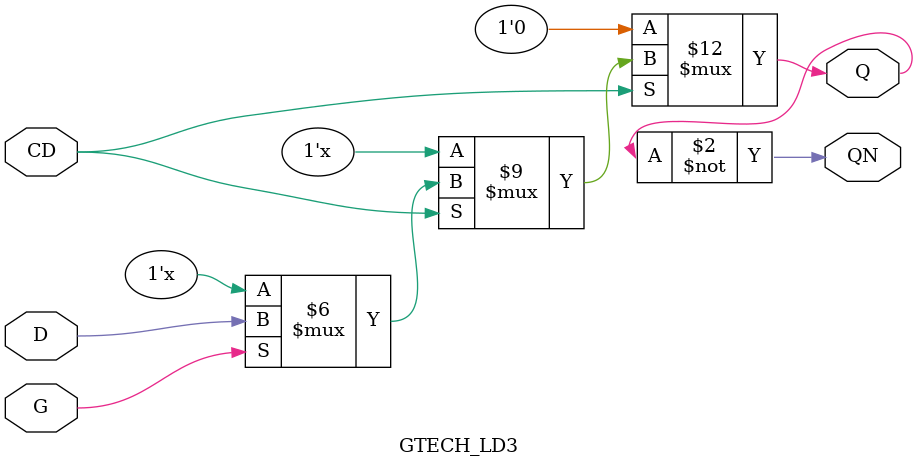
<source format=v>



module GTECH_LD3 (D, G, CD, Q, QN); 
	input D, G, CD;
	output Q, QN;

	reg Q, QN;


	always @(Q)
        begin
                QN = ~Q;
        end

        always @(G or D or CD)
        begin
	    if (!CD) Q = 0;
	    else 
  	    begin
            	if (G) 
		    Q = D;
		
	    end
        end
endmodule




</source>
